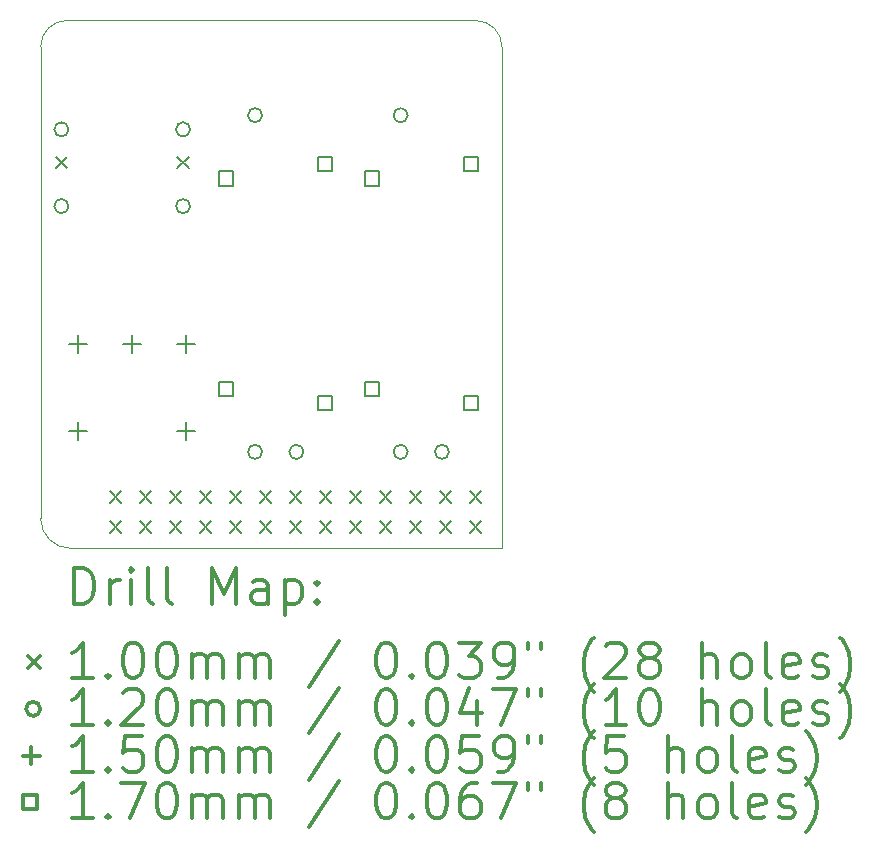
<source format=gbr>
%FSLAX45Y45*%
G04 Gerber Fmt 4.5, Leading zero omitted, Abs format (unit mm)*
G04 Created by KiCad (PCBNEW (5.1.4)-1) date 2019-12-12 19:48:28*
%MOMM*%
%LPD*%
G04 APERTURE LIST*
%ADD10C,0.050000*%
%ADD11C,0.200000*%
%ADD12C,0.300000*%
G04 APERTURE END LIST*
D10*
X3492500Y-6532000D02*
G75*
G02X3238500Y-6278000I0J254000D01*
G01*
X3238500Y-6223000D02*
X3238500Y-6278000D01*
X3238500Y-2286000D02*
G75*
G02X3462000Y-2062500I223500J0D01*
G01*
X3238500Y-2286000D02*
X3238500Y-6223000D01*
X6921500Y-2062500D02*
G75*
G02X7145000Y-2286000I0J-223500D01*
G01*
X7145000Y-2286000D02*
X7145000Y-6532000D01*
X3492500Y-6532000D02*
X7145000Y-6532000D01*
X3462000Y-2062500D02*
X6921500Y-2062500D01*
D11*
X3365000Y-3214500D02*
X3465000Y-3314500D01*
X3465000Y-3214500D02*
X3365000Y-3314500D01*
X4395000Y-3214500D02*
X4495000Y-3314500D01*
X4495000Y-3214500D02*
X4395000Y-3314500D01*
X3823500Y-6046000D02*
X3923500Y-6146000D01*
X3923500Y-6046000D02*
X3823500Y-6146000D01*
X3823500Y-6300000D02*
X3923500Y-6400000D01*
X3923500Y-6300000D02*
X3823500Y-6400000D01*
X4077500Y-6046000D02*
X4177500Y-6146000D01*
X4177500Y-6046000D02*
X4077500Y-6146000D01*
X4077500Y-6300000D02*
X4177500Y-6400000D01*
X4177500Y-6300000D02*
X4077500Y-6400000D01*
X4331500Y-6046000D02*
X4431500Y-6146000D01*
X4431500Y-6046000D02*
X4331500Y-6146000D01*
X4331500Y-6300000D02*
X4431500Y-6400000D01*
X4431500Y-6300000D02*
X4331500Y-6400000D01*
X4585500Y-6046000D02*
X4685500Y-6146000D01*
X4685500Y-6046000D02*
X4585500Y-6146000D01*
X4585500Y-6300000D02*
X4685500Y-6400000D01*
X4685500Y-6300000D02*
X4585500Y-6400000D01*
X4839500Y-6046000D02*
X4939500Y-6146000D01*
X4939500Y-6046000D02*
X4839500Y-6146000D01*
X4839500Y-6300000D02*
X4939500Y-6400000D01*
X4939500Y-6300000D02*
X4839500Y-6400000D01*
X5093500Y-6046000D02*
X5193500Y-6146000D01*
X5193500Y-6046000D02*
X5093500Y-6146000D01*
X5093500Y-6300000D02*
X5193500Y-6400000D01*
X5193500Y-6300000D02*
X5093500Y-6400000D01*
X5347500Y-6046000D02*
X5447500Y-6146000D01*
X5447500Y-6046000D02*
X5347500Y-6146000D01*
X5347500Y-6300000D02*
X5447500Y-6400000D01*
X5447500Y-6300000D02*
X5347500Y-6400000D01*
X5601500Y-6046000D02*
X5701500Y-6146000D01*
X5701500Y-6046000D02*
X5601500Y-6146000D01*
X5601500Y-6300000D02*
X5701500Y-6400000D01*
X5701500Y-6300000D02*
X5601500Y-6400000D01*
X5855500Y-6046000D02*
X5955500Y-6146000D01*
X5955500Y-6046000D02*
X5855500Y-6146000D01*
X5855500Y-6300000D02*
X5955500Y-6400000D01*
X5955500Y-6300000D02*
X5855500Y-6400000D01*
X6109500Y-6046000D02*
X6209500Y-6146000D01*
X6209500Y-6046000D02*
X6109500Y-6146000D01*
X6109500Y-6300000D02*
X6209500Y-6400000D01*
X6209500Y-6300000D02*
X6109500Y-6400000D01*
X6363500Y-6046000D02*
X6463500Y-6146000D01*
X6463500Y-6046000D02*
X6363500Y-6146000D01*
X6363500Y-6300000D02*
X6463500Y-6400000D01*
X6463500Y-6300000D02*
X6363500Y-6400000D01*
X6617500Y-6046000D02*
X6717500Y-6146000D01*
X6717500Y-6046000D02*
X6617500Y-6146000D01*
X6617500Y-6300000D02*
X6717500Y-6400000D01*
X6717500Y-6300000D02*
X6617500Y-6400000D01*
X6871500Y-6046000D02*
X6971500Y-6146000D01*
X6971500Y-6046000D02*
X6871500Y-6146000D01*
X6871500Y-6300000D02*
X6971500Y-6400000D01*
X6971500Y-6300000D02*
X6871500Y-6400000D01*
X3475000Y-2984500D02*
G75*
G03X3475000Y-2984500I-60000J0D01*
G01*
X3475000Y-3634500D02*
G75*
G03X3475000Y-3634500I-60000J0D01*
G01*
X4505000Y-2984500D02*
G75*
G03X4505000Y-2984500I-60000J0D01*
G01*
X4505000Y-3634500D02*
G75*
G03X4505000Y-3634500I-60000J0D01*
G01*
X5114600Y-2865000D02*
G75*
G03X5114600Y-2865000I-60000J0D01*
G01*
X5114600Y-5715000D02*
G75*
G03X5114600Y-5715000I-60000J0D01*
G01*
X5464600Y-5715000D02*
G75*
G03X5464600Y-5715000I-60000J0D01*
G01*
X6346500Y-2865000D02*
G75*
G03X6346500Y-2865000I-60000J0D01*
G01*
X6346500Y-5715000D02*
G75*
G03X6346500Y-5715000I-60000J0D01*
G01*
X6696500Y-5715000D02*
G75*
G03X6696500Y-5715000I-60000J0D01*
G01*
X4470400Y-5462200D02*
X4470400Y-5612200D01*
X4395400Y-5537200D02*
X4545400Y-5537200D01*
X3556000Y-4725600D02*
X3556000Y-4875600D01*
X3481000Y-4800600D02*
X3631000Y-4800600D01*
X4470400Y-4725600D02*
X4470400Y-4875600D01*
X4395400Y-4800600D02*
X4545400Y-4800600D01*
X4013200Y-4725600D02*
X4013200Y-4875600D01*
X3938200Y-4800600D02*
X4088200Y-4800600D01*
X3556000Y-5462200D02*
X3556000Y-5612200D01*
X3481000Y-5537200D02*
X3631000Y-5537200D01*
X4869705Y-3460105D02*
X4869705Y-3339895D01*
X4749495Y-3339895D01*
X4749495Y-3460105D01*
X4869705Y-3460105D01*
X4869705Y-5240105D02*
X4869705Y-5119895D01*
X4749495Y-5119895D01*
X4749495Y-5240105D01*
X4869705Y-5240105D01*
X5709705Y-3340105D02*
X5709705Y-3219895D01*
X5589495Y-3219895D01*
X5589495Y-3340105D01*
X5709705Y-3340105D01*
X5709705Y-5360105D02*
X5709705Y-5239895D01*
X5589495Y-5239895D01*
X5589495Y-5360105D01*
X5709705Y-5360105D01*
X6101605Y-3460105D02*
X6101605Y-3339895D01*
X5981395Y-3339895D01*
X5981395Y-3460105D01*
X6101605Y-3460105D01*
X6101605Y-5240105D02*
X6101605Y-5119895D01*
X5981395Y-5119895D01*
X5981395Y-5240105D01*
X6101605Y-5240105D01*
X6941605Y-3340105D02*
X6941605Y-3219895D01*
X6821395Y-3219895D01*
X6821395Y-3340105D01*
X6941605Y-3340105D01*
X6941605Y-5360105D02*
X6941605Y-5239895D01*
X6821395Y-5239895D01*
X6821395Y-5360105D01*
X6941605Y-5360105D01*
D12*
X3522428Y-7000214D02*
X3522428Y-6700214D01*
X3593857Y-6700214D01*
X3636714Y-6714500D01*
X3665286Y-6743071D01*
X3679571Y-6771643D01*
X3693857Y-6828786D01*
X3693857Y-6871643D01*
X3679571Y-6928786D01*
X3665286Y-6957357D01*
X3636714Y-6985929D01*
X3593857Y-7000214D01*
X3522428Y-7000214D01*
X3822428Y-7000214D02*
X3822428Y-6800214D01*
X3822428Y-6857357D02*
X3836714Y-6828786D01*
X3851000Y-6814500D01*
X3879571Y-6800214D01*
X3908143Y-6800214D01*
X4008143Y-7000214D02*
X4008143Y-6800214D01*
X4008143Y-6700214D02*
X3993857Y-6714500D01*
X4008143Y-6728786D01*
X4022428Y-6714500D01*
X4008143Y-6700214D01*
X4008143Y-6728786D01*
X4193857Y-7000214D02*
X4165286Y-6985929D01*
X4151000Y-6957357D01*
X4151000Y-6700214D01*
X4351000Y-7000214D02*
X4322428Y-6985929D01*
X4308143Y-6957357D01*
X4308143Y-6700214D01*
X4693857Y-7000214D02*
X4693857Y-6700214D01*
X4793857Y-6914500D01*
X4893857Y-6700214D01*
X4893857Y-7000214D01*
X5165286Y-7000214D02*
X5165286Y-6843071D01*
X5151000Y-6814500D01*
X5122428Y-6800214D01*
X5065286Y-6800214D01*
X5036714Y-6814500D01*
X5165286Y-6985929D02*
X5136714Y-7000214D01*
X5065286Y-7000214D01*
X5036714Y-6985929D01*
X5022428Y-6957357D01*
X5022428Y-6928786D01*
X5036714Y-6900214D01*
X5065286Y-6885929D01*
X5136714Y-6885929D01*
X5165286Y-6871643D01*
X5308143Y-6800214D02*
X5308143Y-7100214D01*
X5308143Y-6814500D02*
X5336714Y-6800214D01*
X5393857Y-6800214D01*
X5422428Y-6814500D01*
X5436714Y-6828786D01*
X5451000Y-6857357D01*
X5451000Y-6943071D01*
X5436714Y-6971643D01*
X5422428Y-6985929D01*
X5393857Y-7000214D01*
X5336714Y-7000214D01*
X5308143Y-6985929D01*
X5579571Y-6971643D02*
X5593857Y-6985929D01*
X5579571Y-7000214D01*
X5565286Y-6985929D01*
X5579571Y-6971643D01*
X5579571Y-7000214D01*
X5579571Y-6814500D02*
X5593857Y-6828786D01*
X5579571Y-6843071D01*
X5565286Y-6828786D01*
X5579571Y-6814500D01*
X5579571Y-6843071D01*
X3136000Y-7444500D02*
X3236000Y-7544500D01*
X3236000Y-7444500D02*
X3136000Y-7544500D01*
X3679571Y-7630214D02*
X3508143Y-7630214D01*
X3593857Y-7630214D02*
X3593857Y-7330214D01*
X3565286Y-7373071D01*
X3536714Y-7401643D01*
X3508143Y-7415929D01*
X3808143Y-7601643D02*
X3822428Y-7615929D01*
X3808143Y-7630214D01*
X3793857Y-7615929D01*
X3808143Y-7601643D01*
X3808143Y-7630214D01*
X4008143Y-7330214D02*
X4036714Y-7330214D01*
X4065286Y-7344500D01*
X4079571Y-7358786D01*
X4093857Y-7387357D01*
X4108143Y-7444500D01*
X4108143Y-7515929D01*
X4093857Y-7573071D01*
X4079571Y-7601643D01*
X4065286Y-7615929D01*
X4036714Y-7630214D01*
X4008143Y-7630214D01*
X3979571Y-7615929D01*
X3965286Y-7601643D01*
X3951000Y-7573071D01*
X3936714Y-7515929D01*
X3936714Y-7444500D01*
X3951000Y-7387357D01*
X3965286Y-7358786D01*
X3979571Y-7344500D01*
X4008143Y-7330214D01*
X4293857Y-7330214D02*
X4322428Y-7330214D01*
X4351000Y-7344500D01*
X4365286Y-7358786D01*
X4379571Y-7387357D01*
X4393857Y-7444500D01*
X4393857Y-7515929D01*
X4379571Y-7573071D01*
X4365286Y-7601643D01*
X4351000Y-7615929D01*
X4322428Y-7630214D01*
X4293857Y-7630214D01*
X4265286Y-7615929D01*
X4251000Y-7601643D01*
X4236714Y-7573071D01*
X4222428Y-7515929D01*
X4222428Y-7444500D01*
X4236714Y-7387357D01*
X4251000Y-7358786D01*
X4265286Y-7344500D01*
X4293857Y-7330214D01*
X4522428Y-7630214D02*
X4522428Y-7430214D01*
X4522428Y-7458786D02*
X4536714Y-7444500D01*
X4565286Y-7430214D01*
X4608143Y-7430214D01*
X4636714Y-7444500D01*
X4651000Y-7473071D01*
X4651000Y-7630214D01*
X4651000Y-7473071D02*
X4665286Y-7444500D01*
X4693857Y-7430214D01*
X4736714Y-7430214D01*
X4765286Y-7444500D01*
X4779571Y-7473071D01*
X4779571Y-7630214D01*
X4922428Y-7630214D02*
X4922428Y-7430214D01*
X4922428Y-7458786D02*
X4936714Y-7444500D01*
X4965286Y-7430214D01*
X5008143Y-7430214D01*
X5036714Y-7444500D01*
X5051000Y-7473071D01*
X5051000Y-7630214D01*
X5051000Y-7473071D02*
X5065286Y-7444500D01*
X5093857Y-7430214D01*
X5136714Y-7430214D01*
X5165286Y-7444500D01*
X5179571Y-7473071D01*
X5179571Y-7630214D01*
X5765286Y-7315929D02*
X5508143Y-7701643D01*
X6151000Y-7330214D02*
X6179571Y-7330214D01*
X6208143Y-7344500D01*
X6222428Y-7358786D01*
X6236714Y-7387357D01*
X6251000Y-7444500D01*
X6251000Y-7515929D01*
X6236714Y-7573071D01*
X6222428Y-7601643D01*
X6208143Y-7615929D01*
X6179571Y-7630214D01*
X6151000Y-7630214D01*
X6122428Y-7615929D01*
X6108143Y-7601643D01*
X6093857Y-7573071D01*
X6079571Y-7515929D01*
X6079571Y-7444500D01*
X6093857Y-7387357D01*
X6108143Y-7358786D01*
X6122428Y-7344500D01*
X6151000Y-7330214D01*
X6379571Y-7601643D02*
X6393857Y-7615929D01*
X6379571Y-7630214D01*
X6365286Y-7615929D01*
X6379571Y-7601643D01*
X6379571Y-7630214D01*
X6579571Y-7330214D02*
X6608143Y-7330214D01*
X6636714Y-7344500D01*
X6651000Y-7358786D01*
X6665286Y-7387357D01*
X6679571Y-7444500D01*
X6679571Y-7515929D01*
X6665286Y-7573071D01*
X6651000Y-7601643D01*
X6636714Y-7615929D01*
X6608143Y-7630214D01*
X6579571Y-7630214D01*
X6551000Y-7615929D01*
X6536714Y-7601643D01*
X6522428Y-7573071D01*
X6508143Y-7515929D01*
X6508143Y-7444500D01*
X6522428Y-7387357D01*
X6536714Y-7358786D01*
X6551000Y-7344500D01*
X6579571Y-7330214D01*
X6779571Y-7330214D02*
X6965286Y-7330214D01*
X6865286Y-7444500D01*
X6908143Y-7444500D01*
X6936714Y-7458786D01*
X6951000Y-7473071D01*
X6965286Y-7501643D01*
X6965286Y-7573071D01*
X6951000Y-7601643D01*
X6936714Y-7615929D01*
X6908143Y-7630214D01*
X6822428Y-7630214D01*
X6793857Y-7615929D01*
X6779571Y-7601643D01*
X7108143Y-7630214D02*
X7165286Y-7630214D01*
X7193857Y-7615929D01*
X7208143Y-7601643D01*
X7236714Y-7558786D01*
X7251000Y-7501643D01*
X7251000Y-7387357D01*
X7236714Y-7358786D01*
X7222428Y-7344500D01*
X7193857Y-7330214D01*
X7136714Y-7330214D01*
X7108143Y-7344500D01*
X7093857Y-7358786D01*
X7079571Y-7387357D01*
X7079571Y-7458786D01*
X7093857Y-7487357D01*
X7108143Y-7501643D01*
X7136714Y-7515929D01*
X7193857Y-7515929D01*
X7222428Y-7501643D01*
X7236714Y-7487357D01*
X7251000Y-7458786D01*
X7365286Y-7330214D02*
X7365286Y-7387357D01*
X7479571Y-7330214D02*
X7479571Y-7387357D01*
X7922428Y-7744500D02*
X7908143Y-7730214D01*
X7879571Y-7687357D01*
X7865286Y-7658786D01*
X7851000Y-7615929D01*
X7836714Y-7544500D01*
X7836714Y-7487357D01*
X7851000Y-7415929D01*
X7865286Y-7373071D01*
X7879571Y-7344500D01*
X7908143Y-7301643D01*
X7922428Y-7287357D01*
X8022428Y-7358786D02*
X8036714Y-7344500D01*
X8065286Y-7330214D01*
X8136714Y-7330214D01*
X8165286Y-7344500D01*
X8179571Y-7358786D01*
X8193857Y-7387357D01*
X8193857Y-7415929D01*
X8179571Y-7458786D01*
X8008143Y-7630214D01*
X8193857Y-7630214D01*
X8365286Y-7458786D02*
X8336714Y-7444500D01*
X8322428Y-7430214D01*
X8308143Y-7401643D01*
X8308143Y-7387357D01*
X8322428Y-7358786D01*
X8336714Y-7344500D01*
X8365286Y-7330214D01*
X8422428Y-7330214D01*
X8451000Y-7344500D01*
X8465286Y-7358786D01*
X8479571Y-7387357D01*
X8479571Y-7401643D01*
X8465286Y-7430214D01*
X8451000Y-7444500D01*
X8422428Y-7458786D01*
X8365286Y-7458786D01*
X8336714Y-7473071D01*
X8322428Y-7487357D01*
X8308143Y-7515929D01*
X8308143Y-7573071D01*
X8322428Y-7601643D01*
X8336714Y-7615929D01*
X8365286Y-7630214D01*
X8422428Y-7630214D01*
X8451000Y-7615929D01*
X8465286Y-7601643D01*
X8479571Y-7573071D01*
X8479571Y-7515929D01*
X8465286Y-7487357D01*
X8451000Y-7473071D01*
X8422428Y-7458786D01*
X8836714Y-7630214D02*
X8836714Y-7330214D01*
X8965286Y-7630214D02*
X8965286Y-7473071D01*
X8951000Y-7444500D01*
X8922428Y-7430214D01*
X8879571Y-7430214D01*
X8851000Y-7444500D01*
X8836714Y-7458786D01*
X9151000Y-7630214D02*
X9122428Y-7615929D01*
X9108143Y-7601643D01*
X9093857Y-7573071D01*
X9093857Y-7487357D01*
X9108143Y-7458786D01*
X9122428Y-7444500D01*
X9151000Y-7430214D01*
X9193857Y-7430214D01*
X9222428Y-7444500D01*
X9236714Y-7458786D01*
X9251000Y-7487357D01*
X9251000Y-7573071D01*
X9236714Y-7601643D01*
X9222428Y-7615929D01*
X9193857Y-7630214D01*
X9151000Y-7630214D01*
X9422428Y-7630214D02*
X9393857Y-7615929D01*
X9379571Y-7587357D01*
X9379571Y-7330214D01*
X9651000Y-7615929D02*
X9622428Y-7630214D01*
X9565286Y-7630214D01*
X9536714Y-7615929D01*
X9522428Y-7587357D01*
X9522428Y-7473071D01*
X9536714Y-7444500D01*
X9565286Y-7430214D01*
X9622428Y-7430214D01*
X9651000Y-7444500D01*
X9665286Y-7473071D01*
X9665286Y-7501643D01*
X9522428Y-7530214D01*
X9779571Y-7615929D02*
X9808143Y-7630214D01*
X9865286Y-7630214D01*
X9893857Y-7615929D01*
X9908143Y-7587357D01*
X9908143Y-7573071D01*
X9893857Y-7544500D01*
X9865286Y-7530214D01*
X9822428Y-7530214D01*
X9793857Y-7515929D01*
X9779571Y-7487357D01*
X9779571Y-7473071D01*
X9793857Y-7444500D01*
X9822428Y-7430214D01*
X9865286Y-7430214D01*
X9893857Y-7444500D01*
X10008143Y-7744500D02*
X10022428Y-7730214D01*
X10051000Y-7687357D01*
X10065286Y-7658786D01*
X10079571Y-7615929D01*
X10093857Y-7544500D01*
X10093857Y-7487357D01*
X10079571Y-7415929D01*
X10065286Y-7373071D01*
X10051000Y-7344500D01*
X10022428Y-7301643D01*
X10008143Y-7287357D01*
X3236000Y-7890500D02*
G75*
G03X3236000Y-7890500I-60000J0D01*
G01*
X3679571Y-8026214D02*
X3508143Y-8026214D01*
X3593857Y-8026214D02*
X3593857Y-7726214D01*
X3565286Y-7769071D01*
X3536714Y-7797643D01*
X3508143Y-7811929D01*
X3808143Y-7997643D02*
X3822428Y-8011929D01*
X3808143Y-8026214D01*
X3793857Y-8011929D01*
X3808143Y-7997643D01*
X3808143Y-8026214D01*
X3936714Y-7754786D02*
X3951000Y-7740500D01*
X3979571Y-7726214D01*
X4051000Y-7726214D01*
X4079571Y-7740500D01*
X4093857Y-7754786D01*
X4108143Y-7783357D01*
X4108143Y-7811929D01*
X4093857Y-7854786D01*
X3922428Y-8026214D01*
X4108143Y-8026214D01*
X4293857Y-7726214D02*
X4322428Y-7726214D01*
X4351000Y-7740500D01*
X4365286Y-7754786D01*
X4379571Y-7783357D01*
X4393857Y-7840500D01*
X4393857Y-7911929D01*
X4379571Y-7969071D01*
X4365286Y-7997643D01*
X4351000Y-8011929D01*
X4322428Y-8026214D01*
X4293857Y-8026214D01*
X4265286Y-8011929D01*
X4251000Y-7997643D01*
X4236714Y-7969071D01*
X4222428Y-7911929D01*
X4222428Y-7840500D01*
X4236714Y-7783357D01*
X4251000Y-7754786D01*
X4265286Y-7740500D01*
X4293857Y-7726214D01*
X4522428Y-8026214D02*
X4522428Y-7826214D01*
X4522428Y-7854786D02*
X4536714Y-7840500D01*
X4565286Y-7826214D01*
X4608143Y-7826214D01*
X4636714Y-7840500D01*
X4651000Y-7869071D01*
X4651000Y-8026214D01*
X4651000Y-7869071D02*
X4665286Y-7840500D01*
X4693857Y-7826214D01*
X4736714Y-7826214D01*
X4765286Y-7840500D01*
X4779571Y-7869071D01*
X4779571Y-8026214D01*
X4922428Y-8026214D02*
X4922428Y-7826214D01*
X4922428Y-7854786D02*
X4936714Y-7840500D01*
X4965286Y-7826214D01*
X5008143Y-7826214D01*
X5036714Y-7840500D01*
X5051000Y-7869071D01*
X5051000Y-8026214D01*
X5051000Y-7869071D02*
X5065286Y-7840500D01*
X5093857Y-7826214D01*
X5136714Y-7826214D01*
X5165286Y-7840500D01*
X5179571Y-7869071D01*
X5179571Y-8026214D01*
X5765286Y-7711929D02*
X5508143Y-8097643D01*
X6151000Y-7726214D02*
X6179571Y-7726214D01*
X6208143Y-7740500D01*
X6222428Y-7754786D01*
X6236714Y-7783357D01*
X6251000Y-7840500D01*
X6251000Y-7911929D01*
X6236714Y-7969071D01*
X6222428Y-7997643D01*
X6208143Y-8011929D01*
X6179571Y-8026214D01*
X6151000Y-8026214D01*
X6122428Y-8011929D01*
X6108143Y-7997643D01*
X6093857Y-7969071D01*
X6079571Y-7911929D01*
X6079571Y-7840500D01*
X6093857Y-7783357D01*
X6108143Y-7754786D01*
X6122428Y-7740500D01*
X6151000Y-7726214D01*
X6379571Y-7997643D02*
X6393857Y-8011929D01*
X6379571Y-8026214D01*
X6365286Y-8011929D01*
X6379571Y-7997643D01*
X6379571Y-8026214D01*
X6579571Y-7726214D02*
X6608143Y-7726214D01*
X6636714Y-7740500D01*
X6651000Y-7754786D01*
X6665286Y-7783357D01*
X6679571Y-7840500D01*
X6679571Y-7911929D01*
X6665286Y-7969071D01*
X6651000Y-7997643D01*
X6636714Y-8011929D01*
X6608143Y-8026214D01*
X6579571Y-8026214D01*
X6551000Y-8011929D01*
X6536714Y-7997643D01*
X6522428Y-7969071D01*
X6508143Y-7911929D01*
X6508143Y-7840500D01*
X6522428Y-7783357D01*
X6536714Y-7754786D01*
X6551000Y-7740500D01*
X6579571Y-7726214D01*
X6936714Y-7826214D02*
X6936714Y-8026214D01*
X6865286Y-7711929D02*
X6793857Y-7926214D01*
X6979571Y-7926214D01*
X7065286Y-7726214D02*
X7265286Y-7726214D01*
X7136714Y-8026214D01*
X7365286Y-7726214D02*
X7365286Y-7783357D01*
X7479571Y-7726214D02*
X7479571Y-7783357D01*
X7922428Y-8140500D02*
X7908143Y-8126214D01*
X7879571Y-8083357D01*
X7865286Y-8054786D01*
X7851000Y-8011929D01*
X7836714Y-7940500D01*
X7836714Y-7883357D01*
X7851000Y-7811929D01*
X7865286Y-7769071D01*
X7879571Y-7740500D01*
X7908143Y-7697643D01*
X7922428Y-7683357D01*
X8193857Y-8026214D02*
X8022428Y-8026214D01*
X8108143Y-8026214D02*
X8108143Y-7726214D01*
X8079571Y-7769071D01*
X8051000Y-7797643D01*
X8022428Y-7811929D01*
X8379571Y-7726214D02*
X8408143Y-7726214D01*
X8436714Y-7740500D01*
X8451000Y-7754786D01*
X8465286Y-7783357D01*
X8479571Y-7840500D01*
X8479571Y-7911929D01*
X8465286Y-7969071D01*
X8451000Y-7997643D01*
X8436714Y-8011929D01*
X8408143Y-8026214D01*
X8379571Y-8026214D01*
X8351000Y-8011929D01*
X8336714Y-7997643D01*
X8322428Y-7969071D01*
X8308143Y-7911929D01*
X8308143Y-7840500D01*
X8322428Y-7783357D01*
X8336714Y-7754786D01*
X8351000Y-7740500D01*
X8379571Y-7726214D01*
X8836714Y-8026214D02*
X8836714Y-7726214D01*
X8965286Y-8026214D02*
X8965286Y-7869071D01*
X8951000Y-7840500D01*
X8922428Y-7826214D01*
X8879571Y-7826214D01*
X8851000Y-7840500D01*
X8836714Y-7854786D01*
X9151000Y-8026214D02*
X9122428Y-8011929D01*
X9108143Y-7997643D01*
X9093857Y-7969071D01*
X9093857Y-7883357D01*
X9108143Y-7854786D01*
X9122428Y-7840500D01*
X9151000Y-7826214D01*
X9193857Y-7826214D01*
X9222428Y-7840500D01*
X9236714Y-7854786D01*
X9251000Y-7883357D01*
X9251000Y-7969071D01*
X9236714Y-7997643D01*
X9222428Y-8011929D01*
X9193857Y-8026214D01*
X9151000Y-8026214D01*
X9422428Y-8026214D02*
X9393857Y-8011929D01*
X9379571Y-7983357D01*
X9379571Y-7726214D01*
X9651000Y-8011929D02*
X9622428Y-8026214D01*
X9565286Y-8026214D01*
X9536714Y-8011929D01*
X9522428Y-7983357D01*
X9522428Y-7869071D01*
X9536714Y-7840500D01*
X9565286Y-7826214D01*
X9622428Y-7826214D01*
X9651000Y-7840500D01*
X9665286Y-7869071D01*
X9665286Y-7897643D01*
X9522428Y-7926214D01*
X9779571Y-8011929D02*
X9808143Y-8026214D01*
X9865286Y-8026214D01*
X9893857Y-8011929D01*
X9908143Y-7983357D01*
X9908143Y-7969071D01*
X9893857Y-7940500D01*
X9865286Y-7926214D01*
X9822428Y-7926214D01*
X9793857Y-7911929D01*
X9779571Y-7883357D01*
X9779571Y-7869071D01*
X9793857Y-7840500D01*
X9822428Y-7826214D01*
X9865286Y-7826214D01*
X9893857Y-7840500D01*
X10008143Y-8140500D02*
X10022428Y-8126214D01*
X10051000Y-8083357D01*
X10065286Y-8054786D01*
X10079571Y-8011929D01*
X10093857Y-7940500D01*
X10093857Y-7883357D01*
X10079571Y-7811929D01*
X10065286Y-7769071D01*
X10051000Y-7740500D01*
X10022428Y-7697643D01*
X10008143Y-7683357D01*
X3161000Y-8211500D02*
X3161000Y-8361500D01*
X3086000Y-8286500D02*
X3236000Y-8286500D01*
X3679571Y-8422214D02*
X3508143Y-8422214D01*
X3593857Y-8422214D02*
X3593857Y-8122214D01*
X3565286Y-8165071D01*
X3536714Y-8193643D01*
X3508143Y-8207929D01*
X3808143Y-8393643D02*
X3822428Y-8407929D01*
X3808143Y-8422214D01*
X3793857Y-8407929D01*
X3808143Y-8393643D01*
X3808143Y-8422214D01*
X4093857Y-8122214D02*
X3951000Y-8122214D01*
X3936714Y-8265071D01*
X3951000Y-8250786D01*
X3979571Y-8236500D01*
X4051000Y-8236500D01*
X4079571Y-8250786D01*
X4093857Y-8265071D01*
X4108143Y-8293643D01*
X4108143Y-8365071D01*
X4093857Y-8393643D01*
X4079571Y-8407929D01*
X4051000Y-8422214D01*
X3979571Y-8422214D01*
X3951000Y-8407929D01*
X3936714Y-8393643D01*
X4293857Y-8122214D02*
X4322428Y-8122214D01*
X4351000Y-8136500D01*
X4365286Y-8150786D01*
X4379571Y-8179357D01*
X4393857Y-8236500D01*
X4393857Y-8307929D01*
X4379571Y-8365071D01*
X4365286Y-8393643D01*
X4351000Y-8407929D01*
X4322428Y-8422214D01*
X4293857Y-8422214D01*
X4265286Y-8407929D01*
X4251000Y-8393643D01*
X4236714Y-8365071D01*
X4222428Y-8307929D01*
X4222428Y-8236500D01*
X4236714Y-8179357D01*
X4251000Y-8150786D01*
X4265286Y-8136500D01*
X4293857Y-8122214D01*
X4522428Y-8422214D02*
X4522428Y-8222214D01*
X4522428Y-8250786D02*
X4536714Y-8236500D01*
X4565286Y-8222214D01*
X4608143Y-8222214D01*
X4636714Y-8236500D01*
X4651000Y-8265071D01*
X4651000Y-8422214D01*
X4651000Y-8265071D02*
X4665286Y-8236500D01*
X4693857Y-8222214D01*
X4736714Y-8222214D01*
X4765286Y-8236500D01*
X4779571Y-8265071D01*
X4779571Y-8422214D01*
X4922428Y-8422214D02*
X4922428Y-8222214D01*
X4922428Y-8250786D02*
X4936714Y-8236500D01*
X4965286Y-8222214D01*
X5008143Y-8222214D01*
X5036714Y-8236500D01*
X5051000Y-8265071D01*
X5051000Y-8422214D01*
X5051000Y-8265071D02*
X5065286Y-8236500D01*
X5093857Y-8222214D01*
X5136714Y-8222214D01*
X5165286Y-8236500D01*
X5179571Y-8265071D01*
X5179571Y-8422214D01*
X5765286Y-8107929D02*
X5508143Y-8493643D01*
X6151000Y-8122214D02*
X6179571Y-8122214D01*
X6208143Y-8136500D01*
X6222428Y-8150786D01*
X6236714Y-8179357D01*
X6251000Y-8236500D01*
X6251000Y-8307929D01*
X6236714Y-8365071D01*
X6222428Y-8393643D01*
X6208143Y-8407929D01*
X6179571Y-8422214D01*
X6151000Y-8422214D01*
X6122428Y-8407929D01*
X6108143Y-8393643D01*
X6093857Y-8365071D01*
X6079571Y-8307929D01*
X6079571Y-8236500D01*
X6093857Y-8179357D01*
X6108143Y-8150786D01*
X6122428Y-8136500D01*
X6151000Y-8122214D01*
X6379571Y-8393643D02*
X6393857Y-8407929D01*
X6379571Y-8422214D01*
X6365286Y-8407929D01*
X6379571Y-8393643D01*
X6379571Y-8422214D01*
X6579571Y-8122214D02*
X6608143Y-8122214D01*
X6636714Y-8136500D01*
X6651000Y-8150786D01*
X6665286Y-8179357D01*
X6679571Y-8236500D01*
X6679571Y-8307929D01*
X6665286Y-8365071D01*
X6651000Y-8393643D01*
X6636714Y-8407929D01*
X6608143Y-8422214D01*
X6579571Y-8422214D01*
X6551000Y-8407929D01*
X6536714Y-8393643D01*
X6522428Y-8365071D01*
X6508143Y-8307929D01*
X6508143Y-8236500D01*
X6522428Y-8179357D01*
X6536714Y-8150786D01*
X6551000Y-8136500D01*
X6579571Y-8122214D01*
X6951000Y-8122214D02*
X6808143Y-8122214D01*
X6793857Y-8265071D01*
X6808143Y-8250786D01*
X6836714Y-8236500D01*
X6908143Y-8236500D01*
X6936714Y-8250786D01*
X6951000Y-8265071D01*
X6965286Y-8293643D01*
X6965286Y-8365071D01*
X6951000Y-8393643D01*
X6936714Y-8407929D01*
X6908143Y-8422214D01*
X6836714Y-8422214D01*
X6808143Y-8407929D01*
X6793857Y-8393643D01*
X7108143Y-8422214D02*
X7165286Y-8422214D01*
X7193857Y-8407929D01*
X7208143Y-8393643D01*
X7236714Y-8350786D01*
X7251000Y-8293643D01*
X7251000Y-8179357D01*
X7236714Y-8150786D01*
X7222428Y-8136500D01*
X7193857Y-8122214D01*
X7136714Y-8122214D01*
X7108143Y-8136500D01*
X7093857Y-8150786D01*
X7079571Y-8179357D01*
X7079571Y-8250786D01*
X7093857Y-8279357D01*
X7108143Y-8293643D01*
X7136714Y-8307929D01*
X7193857Y-8307929D01*
X7222428Y-8293643D01*
X7236714Y-8279357D01*
X7251000Y-8250786D01*
X7365286Y-8122214D02*
X7365286Y-8179357D01*
X7479571Y-8122214D02*
X7479571Y-8179357D01*
X7922428Y-8536500D02*
X7908143Y-8522214D01*
X7879571Y-8479357D01*
X7865286Y-8450786D01*
X7851000Y-8407929D01*
X7836714Y-8336500D01*
X7836714Y-8279357D01*
X7851000Y-8207929D01*
X7865286Y-8165071D01*
X7879571Y-8136500D01*
X7908143Y-8093643D01*
X7922428Y-8079357D01*
X8179571Y-8122214D02*
X8036714Y-8122214D01*
X8022428Y-8265071D01*
X8036714Y-8250786D01*
X8065286Y-8236500D01*
X8136714Y-8236500D01*
X8165286Y-8250786D01*
X8179571Y-8265071D01*
X8193857Y-8293643D01*
X8193857Y-8365071D01*
X8179571Y-8393643D01*
X8165286Y-8407929D01*
X8136714Y-8422214D01*
X8065286Y-8422214D01*
X8036714Y-8407929D01*
X8022428Y-8393643D01*
X8551000Y-8422214D02*
X8551000Y-8122214D01*
X8679571Y-8422214D02*
X8679571Y-8265071D01*
X8665286Y-8236500D01*
X8636714Y-8222214D01*
X8593857Y-8222214D01*
X8565286Y-8236500D01*
X8551000Y-8250786D01*
X8865286Y-8422214D02*
X8836714Y-8407929D01*
X8822428Y-8393643D01*
X8808143Y-8365071D01*
X8808143Y-8279357D01*
X8822428Y-8250786D01*
X8836714Y-8236500D01*
X8865286Y-8222214D01*
X8908143Y-8222214D01*
X8936714Y-8236500D01*
X8951000Y-8250786D01*
X8965286Y-8279357D01*
X8965286Y-8365071D01*
X8951000Y-8393643D01*
X8936714Y-8407929D01*
X8908143Y-8422214D01*
X8865286Y-8422214D01*
X9136714Y-8422214D02*
X9108143Y-8407929D01*
X9093857Y-8379357D01*
X9093857Y-8122214D01*
X9365286Y-8407929D02*
X9336714Y-8422214D01*
X9279571Y-8422214D01*
X9251000Y-8407929D01*
X9236714Y-8379357D01*
X9236714Y-8265071D01*
X9251000Y-8236500D01*
X9279571Y-8222214D01*
X9336714Y-8222214D01*
X9365286Y-8236500D01*
X9379571Y-8265071D01*
X9379571Y-8293643D01*
X9236714Y-8322214D01*
X9493857Y-8407929D02*
X9522428Y-8422214D01*
X9579571Y-8422214D01*
X9608143Y-8407929D01*
X9622428Y-8379357D01*
X9622428Y-8365071D01*
X9608143Y-8336500D01*
X9579571Y-8322214D01*
X9536714Y-8322214D01*
X9508143Y-8307929D01*
X9493857Y-8279357D01*
X9493857Y-8265071D01*
X9508143Y-8236500D01*
X9536714Y-8222214D01*
X9579571Y-8222214D01*
X9608143Y-8236500D01*
X9722428Y-8536500D02*
X9736714Y-8522214D01*
X9765286Y-8479357D01*
X9779571Y-8450786D01*
X9793857Y-8407929D01*
X9808143Y-8336500D01*
X9808143Y-8279357D01*
X9793857Y-8207929D01*
X9779571Y-8165071D01*
X9765286Y-8136500D01*
X9736714Y-8093643D01*
X9722428Y-8079357D01*
X3211105Y-8742605D02*
X3211105Y-8622395D01*
X3090895Y-8622395D01*
X3090895Y-8742605D01*
X3211105Y-8742605D01*
X3679571Y-8818214D02*
X3508143Y-8818214D01*
X3593857Y-8818214D02*
X3593857Y-8518214D01*
X3565286Y-8561072D01*
X3536714Y-8589643D01*
X3508143Y-8603929D01*
X3808143Y-8789643D02*
X3822428Y-8803929D01*
X3808143Y-8818214D01*
X3793857Y-8803929D01*
X3808143Y-8789643D01*
X3808143Y-8818214D01*
X3922428Y-8518214D02*
X4122428Y-8518214D01*
X3993857Y-8818214D01*
X4293857Y-8518214D02*
X4322428Y-8518214D01*
X4351000Y-8532500D01*
X4365286Y-8546786D01*
X4379571Y-8575357D01*
X4393857Y-8632500D01*
X4393857Y-8703929D01*
X4379571Y-8761072D01*
X4365286Y-8789643D01*
X4351000Y-8803929D01*
X4322428Y-8818214D01*
X4293857Y-8818214D01*
X4265286Y-8803929D01*
X4251000Y-8789643D01*
X4236714Y-8761072D01*
X4222428Y-8703929D01*
X4222428Y-8632500D01*
X4236714Y-8575357D01*
X4251000Y-8546786D01*
X4265286Y-8532500D01*
X4293857Y-8518214D01*
X4522428Y-8818214D02*
X4522428Y-8618214D01*
X4522428Y-8646786D02*
X4536714Y-8632500D01*
X4565286Y-8618214D01*
X4608143Y-8618214D01*
X4636714Y-8632500D01*
X4651000Y-8661072D01*
X4651000Y-8818214D01*
X4651000Y-8661072D02*
X4665286Y-8632500D01*
X4693857Y-8618214D01*
X4736714Y-8618214D01*
X4765286Y-8632500D01*
X4779571Y-8661072D01*
X4779571Y-8818214D01*
X4922428Y-8818214D02*
X4922428Y-8618214D01*
X4922428Y-8646786D02*
X4936714Y-8632500D01*
X4965286Y-8618214D01*
X5008143Y-8618214D01*
X5036714Y-8632500D01*
X5051000Y-8661072D01*
X5051000Y-8818214D01*
X5051000Y-8661072D02*
X5065286Y-8632500D01*
X5093857Y-8618214D01*
X5136714Y-8618214D01*
X5165286Y-8632500D01*
X5179571Y-8661072D01*
X5179571Y-8818214D01*
X5765286Y-8503929D02*
X5508143Y-8889643D01*
X6151000Y-8518214D02*
X6179571Y-8518214D01*
X6208143Y-8532500D01*
X6222428Y-8546786D01*
X6236714Y-8575357D01*
X6251000Y-8632500D01*
X6251000Y-8703929D01*
X6236714Y-8761072D01*
X6222428Y-8789643D01*
X6208143Y-8803929D01*
X6179571Y-8818214D01*
X6151000Y-8818214D01*
X6122428Y-8803929D01*
X6108143Y-8789643D01*
X6093857Y-8761072D01*
X6079571Y-8703929D01*
X6079571Y-8632500D01*
X6093857Y-8575357D01*
X6108143Y-8546786D01*
X6122428Y-8532500D01*
X6151000Y-8518214D01*
X6379571Y-8789643D02*
X6393857Y-8803929D01*
X6379571Y-8818214D01*
X6365286Y-8803929D01*
X6379571Y-8789643D01*
X6379571Y-8818214D01*
X6579571Y-8518214D02*
X6608143Y-8518214D01*
X6636714Y-8532500D01*
X6651000Y-8546786D01*
X6665286Y-8575357D01*
X6679571Y-8632500D01*
X6679571Y-8703929D01*
X6665286Y-8761072D01*
X6651000Y-8789643D01*
X6636714Y-8803929D01*
X6608143Y-8818214D01*
X6579571Y-8818214D01*
X6551000Y-8803929D01*
X6536714Y-8789643D01*
X6522428Y-8761072D01*
X6508143Y-8703929D01*
X6508143Y-8632500D01*
X6522428Y-8575357D01*
X6536714Y-8546786D01*
X6551000Y-8532500D01*
X6579571Y-8518214D01*
X6936714Y-8518214D02*
X6879571Y-8518214D01*
X6851000Y-8532500D01*
X6836714Y-8546786D01*
X6808143Y-8589643D01*
X6793857Y-8646786D01*
X6793857Y-8761072D01*
X6808143Y-8789643D01*
X6822428Y-8803929D01*
X6851000Y-8818214D01*
X6908143Y-8818214D01*
X6936714Y-8803929D01*
X6951000Y-8789643D01*
X6965286Y-8761072D01*
X6965286Y-8689643D01*
X6951000Y-8661072D01*
X6936714Y-8646786D01*
X6908143Y-8632500D01*
X6851000Y-8632500D01*
X6822428Y-8646786D01*
X6808143Y-8661072D01*
X6793857Y-8689643D01*
X7065286Y-8518214D02*
X7265286Y-8518214D01*
X7136714Y-8818214D01*
X7365286Y-8518214D02*
X7365286Y-8575357D01*
X7479571Y-8518214D02*
X7479571Y-8575357D01*
X7922428Y-8932500D02*
X7908143Y-8918214D01*
X7879571Y-8875357D01*
X7865286Y-8846786D01*
X7851000Y-8803929D01*
X7836714Y-8732500D01*
X7836714Y-8675357D01*
X7851000Y-8603929D01*
X7865286Y-8561072D01*
X7879571Y-8532500D01*
X7908143Y-8489643D01*
X7922428Y-8475357D01*
X8079571Y-8646786D02*
X8051000Y-8632500D01*
X8036714Y-8618214D01*
X8022428Y-8589643D01*
X8022428Y-8575357D01*
X8036714Y-8546786D01*
X8051000Y-8532500D01*
X8079571Y-8518214D01*
X8136714Y-8518214D01*
X8165286Y-8532500D01*
X8179571Y-8546786D01*
X8193857Y-8575357D01*
X8193857Y-8589643D01*
X8179571Y-8618214D01*
X8165286Y-8632500D01*
X8136714Y-8646786D01*
X8079571Y-8646786D01*
X8051000Y-8661072D01*
X8036714Y-8675357D01*
X8022428Y-8703929D01*
X8022428Y-8761072D01*
X8036714Y-8789643D01*
X8051000Y-8803929D01*
X8079571Y-8818214D01*
X8136714Y-8818214D01*
X8165286Y-8803929D01*
X8179571Y-8789643D01*
X8193857Y-8761072D01*
X8193857Y-8703929D01*
X8179571Y-8675357D01*
X8165286Y-8661072D01*
X8136714Y-8646786D01*
X8551000Y-8818214D02*
X8551000Y-8518214D01*
X8679571Y-8818214D02*
X8679571Y-8661072D01*
X8665286Y-8632500D01*
X8636714Y-8618214D01*
X8593857Y-8618214D01*
X8565286Y-8632500D01*
X8551000Y-8646786D01*
X8865286Y-8818214D02*
X8836714Y-8803929D01*
X8822428Y-8789643D01*
X8808143Y-8761072D01*
X8808143Y-8675357D01*
X8822428Y-8646786D01*
X8836714Y-8632500D01*
X8865286Y-8618214D01*
X8908143Y-8618214D01*
X8936714Y-8632500D01*
X8951000Y-8646786D01*
X8965286Y-8675357D01*
X8965286Y-8761072D01*
X8951000Y-8789643D01*
X8936714Y-8803929D01*
X8908143Y-8818214D01*
X8865286Y-8818214D01*
X9136714Y-8818214D02*
X9108143Y-8803929D01*
X9093857Y-8775357D01*
X9093857Y-8518214D01*
X9365286Y-8803929D02*
X9336714Y-8818214D01*
X9279571Y-8818214D01*
X9251000Y-8803929D01*
X9236714Y-8775357D01*
X9236714Y-8661072D01*
X9251000Y-8632500D01*
X9279571Y-8618214D01*
X9336714Y-8618214D01*
X9365286Y-8632500D01*
X9379571Y-8661072D01*
X9379571Y-8689643D01*
X9236714Y-8718214D01*
X9493857Y-8803929D02*
X9522428Y-8818214D01*
X9579571Y-8818214D01*
X9608143Y-8803929D01*
X9622428Y-8775357D01*
X9622428Y-8761072D01*
X9608143Y-8732500D01*
X9579571Y-8718214D01*
X9536714Y-8718214D01*
X9508143Y-8703929D01*
X9493857Y-8675357D01*
X9493857Y-8661072D01*
X9508143Y-8632500D01*
X9536714Y-8618214D01*
X9579571Y-8618214D01*
X9608143Y-8632500D01*
X9722428Y-8932500D02*
X9736714Y-8918214D01*
X9765286Y-8875357D01*
X9779571Y-8846786D01*
X9793857Y-8803929D01*
X9808143Y-8732500D01*
X9808143Y-8675357D01*
X9793857Y-8603929D01*
X9779571Y-8561072D01*
X9765286Y-8532500D01*
X9736714Y-8489643D01*
X9722428Y-8475357D01*
M02*

</source>
